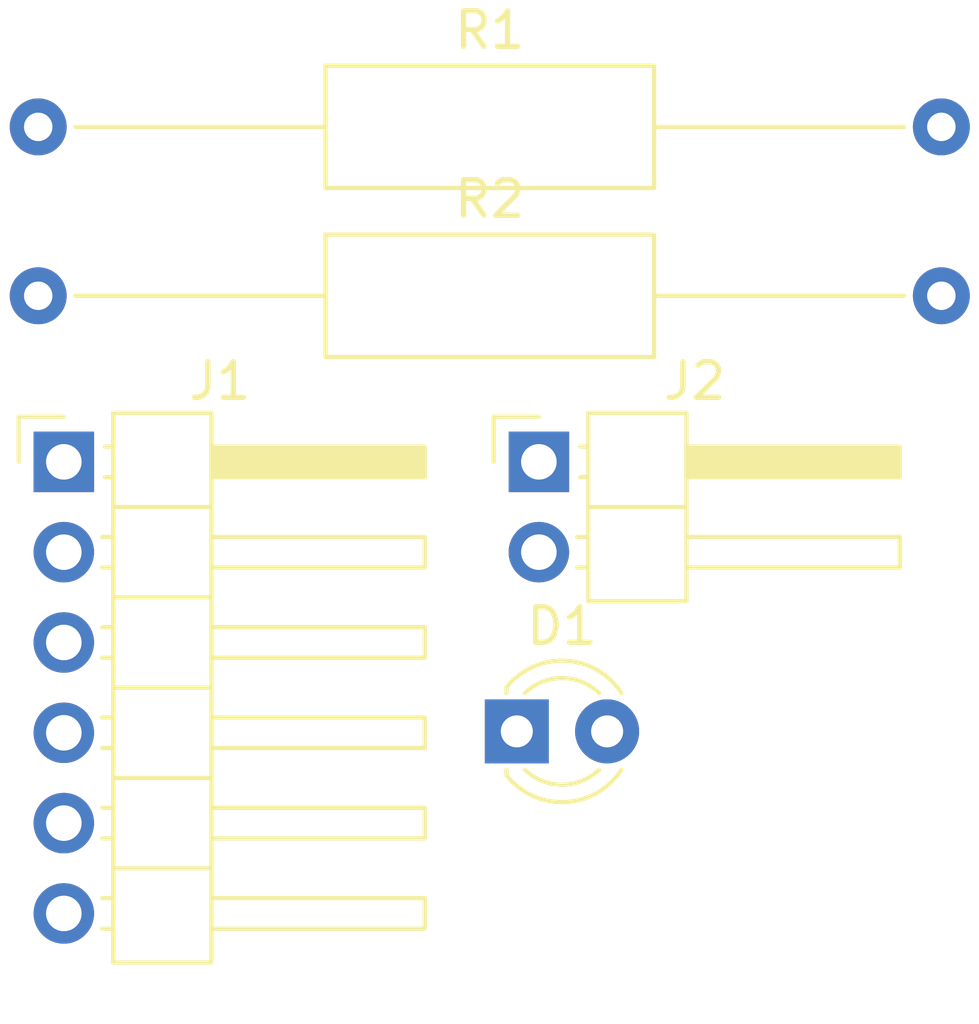
<source format=kicad_pcb>
(kicad_pcb (version 20241229) (generator "pcbnew") (generator_version "9.0")
  (layers (0 "F.Cu" signal) (2 "B.Cu" signal) (13 "F.Paste" user) (15 "B.Paste" user) (5 "F.SilkS" user "F.Silkscreen") (7 "B.SilkS" user "B.Silkscreen") (1 "F.Mask" user) (3 "B.Mask" user) (25 "Edge.Cuts" user))
  (net 0 "")
  (net 1 "/GND")
  (net 2 "Net-(D1-A)")
  (net 3 "/A0")
  (net 4 "/5V")
  (net 5 "/D8")
  (footprint "Connector_PinHeader_2.54mm:PinHeader_1x02_P2.54mm_Horizontal" (layer "F.Cu") (at 475.68 276.17)
    (property "Reference" "J2" (at 4.385 -2.27 0) (layer "F.SilkS"))
    (property "Value" "Conn_01x02_Pin")
    (fp_line (start -1.27 -1.27) (end 0 -1.27) (stroke (width 0.12)) (layer "F.SilkS"))
    (fp_line (start -1.27 0) (end -1.27 -1.27) (stroke (width 0.12)) (layer "F.SilkS"))
    (fp_line (start 1.077358 2.11) (end 1.39 2.11) (stroke (width 0.12)) (layer "F.SilkS"))
    (fp_line (start 1.077358 2.97) (end 1.39 2.97) (stroke (width 0.12)) (layer "F.SilkS"))
    (fp_line (start 1.16 -0.43) (end 1.39 -0.43) (stroke (width 0.12)) (layer "F.SilkS"))
    (fp_line (start 1.16 0.43) (end 1.39 0.43) (stroke (width 0.12)) (layer "F.SilkS"))
    (fp_line (start 1.39 -1.38) (end 1.39 3.92) (stroke (width 0.12)) (layer "F.SilkS"))
    (fp_line (start 1.39 1.27) (end 4.15 1.27) (stroke (width 0.12)) (layer "F.SilkS"))
    (fp_line (start 1.39 3.92) (end 4.15 3.92) (stroke (width 0.12)) (layer "F.SilkS"))
    (fp_line (start 4.15 -1.38) (end 1.39 -1.38) (stroke (width 0.12)) (layer "F.SilkS"))
    (fp_line (start 4.15 2.11) (end 10.15 2.11) (stroke (width 0.12)) (layer "F.SilkS"))
    (fp_line (start 4.15 3.92) (end 4.15 -1.38) (stroke (width 0.12)) (layer "F.SilkS"))
    (fp_line (start 10.15 2.11) (end 10.15 2.97) (stroke (width 0.12)) (layer "F.SilkS"))
    (fp_line (start 10.15 2.97) (end 4.15 2.97) (stroke (width 0.12)) (layer "F.SilkS"))
    (fp_rect (start 4.15 -0.43) (end 10.15 0.43) (stroke (width 0.12)) (fill yes) (layer "F.SilkS"))
    (pad "1" thru_hole rect (at 0 0) (size 1.7 1.7) (drill 1) (layers "*.Cu" "*.Mask") (net 4 "/5V"))
    (pad "2" thru_hole circle (at 0 2.54) (size 1.7 1.7) (drill 1) (layers "*.Cu" "*.Mask") (net 3 "/A0"))
  )
  (footprint "Resistor_THT:R_Axial_DIN0309_L9.0mm_D3.2mm_P25.40mm_Horizontal" (layer "F.Cu") (at 461.6 271.5)
    (property "Reference" "R2" (at 12.7 -2.72 0) (layer "F.SilkS"))
    (property "Value" "220")
    (fp_line (start 1.04 0) (end 8.08 0) (stroke (width 0.12)) (layer "F.SilkS"))
    (fp_line (start 24.36 0) (end 17.32 0) (stroke (width 0.12)) (layer "F.SilkS"))
    (fp_rect (start 8.08 -1.72) (end 17.32 1.72) (stroke (width 0.12)) (fill no) (layer "F.SilkS"))
    (pad "1" thru_hole circle (at 0 0) (size 1.6 1.6) (drill 0.8) (layers "*.Cu" "*.Mask") (net 5 "/D8"))
    (pad "2" thru_hole circle (at 25.4 0) (size 1.6 1.6) (drill 0.8) (layers "*.Cu" "*.Mask") (net 2 "Net-(D1-A)"))
  )
  (footprint "LED_THT:LED_D3.0mm" (layer "F.Cu") (at 475.06 283.75)
    (property "Reference" "D1" (at 1.27 -2.96 0) (layer "F.SilkS"))
    (property "Value" "LED")
    (fp_line (start -0.29 -1.236) (end -0.29 -1.08) (stroke (width 0.12)) (layer "F.SilkS"))
    (fp_line (start -0.29 1.08) (end -0.29 1.236) (stroke (width 0.12)) (layer "F.SilkS"))
    (fp_arc (start -0.29 -1.235516) (mid 1.36566 -1.987699) (end 2.941437 -1.08) (stroke (width 0.12)) (layer "F.SilkS"))
    (fp_arc (start 0.229039 -1.08) (mid 1.27 -1.5) (end 2.310961 -1.08) (stroke (width 0.12)) (layer "F.SilkS"))
    (fp_arc (start 2.310961 1.08) (mid 1.27 1.5) (end 0.229039 1.08) (stroke (width 0.12)) (layer "F.SilkS"))
    (fp_arc (start 2.941437 1.08) (mid 1.36566 1.987699) (end -0.29 1.235516) (stroke (width 0.12)) (layer "F.SilkS"))
    (pad "1" thru_hole rect (at 0 0) (size 1.8 1.8) (drill 0.9) (layers "*.Cu" "*.Mask") (net 1 "/GND"))
    (pad "2" thru_hole circle (at 2.54 0) (size 1.8 1.8) (drill 0.9) (layers "*.Cu" "*.Mask") (net 2 "Net-(D1-A)"))
  )
  (footprint "Resistor_THT:R_Axial_DIN0309_L9.0mm_D3.2mm_P25.40mm_Horizontal" (layer "F.Cu") (at 461.6 266.75)
    (property "Reference" "R1" (at 12.7 -2.72 0) (layer "F.SilkS"))
    (property "Value" "10k")
    (fp_line (start 1.04 0) (end 8.08 0) (stroke (width 0.12)) (layer "F.SilkS"))
    (fp_line (start 24.36 0) (end 17.32 0) (stroke (width 0.12)) (layer "F.SilkS"))
    (fp_rect (start 8.08 -1.72) (end 17.32 1.72) (stroke (width 0.12)) (fill no) (layer "F.SilkS"))
    (pad "1" thru_hole circle (at 0 0) (size 1.6 1.6) (drill 0.8) (layers "*.Cu" "*.Mask") (net 3 "/A0"))
    (pad "2" thru_hole circle (at 25.4 0) (size 1.6 1.6) (drill 0.8) (layers "*.Cu" "*.Mask") (net 1 "/GND"))
  )
  (footprint "Connector_PinHeader_2.54mm:PinHeader_1x06_P2.54mm_Horizontal" (layer "F.Cu") (at 462.32 276.17)
    (property "Reference" "J1" (at 4.385 -2.27 0) (layer "F.SilkS"))
    (property "Value" "Conn_01x06")
    (fp_line (start -1.27 -1.27) (end 0 -1.27) (stroke (width 0.12)) (layer "F.SilkS"))
    (fp_line (start -1.27 0) (end -1.27 -1.27) (stroke (width 0.12)) (layer "F.SilkS"))
    (fp_line (start 1.077358 2.11) (end 1.39 2.11) (stroke (width 0.12)) (layer "F.SilkS"))
    (fp_line (start 1.077358 2.97) (end 1.39 2.97) (stroke (width 0.12)) (layer "F.SilkS"))
    (fp_line (start 1.077358 4.65) (end 1.39 4.65) (stroke (width 0.12)) (layer "F.SilkS"))
    (fp_line (start 1.077358 5.51) (end 1.39 5.51) (stroke (width 0.12)) (layer "F.SilkS"))
    (fp_line (start 1.077358 7.19) (end 1.39 7.19) (stroke (width 0.12)) (layer "F.SilkS"))
    (fp_line (start 1.077358 8.05) (end 1.39 8.05) (stroke (width 0.12)) (layer "F.SilkS"))
    (fp_line (start 1.077358 9.73) (end 1.39 9.73) (stroke (width 0.12)) (layer "F.SilkS"))
    (fp_line (start 1.077358 10.59) (end 1.39 10.59) (stroke (width 0.12)) (layer "F.SilkS"))
    (fp_line (start 1.077358 12.27) (end 1.39 12.27) (stroke (width 0.12)) (layer "F.SilkS"))
    (fp_line (start 1.077358 13.13) (end 1.39 13.13) (stroke (width 0.12)) (layer "F.SilkS"))
    (fp_line (start 1.16 -0.43) (end 1.39 -0.43) (stroke (width 0.12)) (layer "F.SilkS"))
    (fp_line (start 1.16 0.43) (end 1.39 0.43) (stroke (width 0.12)) (layer "F.SilkS"))
    (fp_line (start 1.39 -1.38) (end 1.39 14.08) (stroke (width 0.12)) (layer "F.SilkS"))
    (fp_line (start 1.39 1.27) (end 4.15 1.27) (stroke (width 0.12)) (layer "F.SilkS"))
    (fp_line (start 1.39 3.81) (end 4.15 3.81) (stroke (width 0.12)) (layer "F.SilkS"))
    (fp_line (start 1.39 6.35) (end 4.15 6.35) (stroke (width 0.12)) (layer "F.SilkS"))
    (fp_line (start 1.39 8.89) (end 4.15 8.89) (stroke (width 0.12)) (layer "F.SilkS"))
    (fp_line (start 1.39 11.43) (end 4.15 11.43) (stroke (width 0.12)) (layer "F.SilkS"))
    (fp_line (start 1.39 14.08) (end 4.15 14.08) (stroke (width 0.12)) (layer "F.SilkS"))
    (fp_line (start 4.15 -1.38) (end 1.39 -1.38) (stroke (width 0.12)) (layer "F.SilkS"))
    (fp_line (start 4.15 2.11) (end 10.15 2.11) (stroke (width 0.12)) (layer "F.SilkS"))
    (fp_line (start 4.15 4.65) (end 10.15 4.65) (stroke (width 0.12)) (layer "F.SilkS"))
    (fp_line (start 4.15 7.19) (end 10.15 7.19) (stroke (width 0.12)) (layer "F.SilkS"))
    (fp_line (start 4.15 9.73) (end 10.15 9.73) (stroke (width 0.12)) (layer "F.SilkS"))
    (fp_line (start 4.15 12.27) (end 10.15 12.27) (stroke (width 0.12)) (layer "F.SilkS"))
    (fp_line (start 4.15 14.08) (end 4.15 -1.38) (stroke (width 0.12)) (layer "F.SilkS"))
    (fp_line (start 10.15 2.11) (end 10.15 2.97) (stroke (width 0.12)) (layer "F.SilkS"))
    (fp_line (start 10.15 2.97) (end 4.15 2.97) (stroke (width 0.12)) (layer "F.SilkS"))
    (fp_line (start 10.15 4.65) (end 10.15 5.51) (stroke (width 0.12)) (layer "F.SilkS"))
    (fp_line (start 10.15 5.51) (end 4.15 5.51) (stroke (width 0.12)) (layer "F.SilkS"))
    (fp_line (start 10.15 7.19) (end 10.15 8.05) (stroke (width 0.12)) (layer "F.SilkS"))
    (fp_line (start 10.15 8.05) (end 4.15 8.05) (stroke (width 0.12)) (layer "F.SilkS"))
    (fp_line (start 10.15 9.73) (end 10.15 10.59) (stroke (width 0.12)) (layer "F.SilkS"))
    (fp_line (start 10.15 10.59) (end 4.15 10.59) (stroke (width 0.12)) (layer "F.SilkS"))
    (fp_line (start 10.15 12.27) (end 10.15 13.13) (stroke (width 0.12)) (layer "F.SilkS"))
    (fp_line (start 10.15 13.13) (end 4.15 13.13) (stroke (width 0.12)) (layer "F.SilkS"))
    (fp_rect (start 4.15 -0.43) (end 10.15 0.43) (stroke (width 0.12)) (fill yes) (layer "F.SilkS"))
    (pad "1" thru_hole rect (at 0 0) (size 1.7 1.7) (drill 1) (layers "*.Cu" "*.Mask") (net 3 "/A0"))
    (pad "2" thru_hole circle (at 0 2.54) (size 1.7 1.7) (drill 1) (layers "*.Cu" "*.Mask") (net 5 "/D8"))
    (pad "3" thru_hole circle (at 0 5.08) (size 1.7 1.7) (drill 1) (layers "*.Cu" "*.Mask") (net 4 "/5V"))
    (pad "4" thru_hole circle (at 0 7.62) (size 1.7 1.7) (drill 1) (layers "*.Cu" "*.Mask") (net 1 "/GND"))
    (pad "5" thru_hole circle (at 0 10.16) (size 1.7 1.7) (drill 1) (layers "*.Cu" "*.Mask") (net 1 "/GND"))
    (pad "6" thru_hole circle (at 0 12.7) (size 1.7 1.7) (drill 1) (layers "*.Cu" "*.Mask") (net 1 "/GND"))
  )
)
</source>
